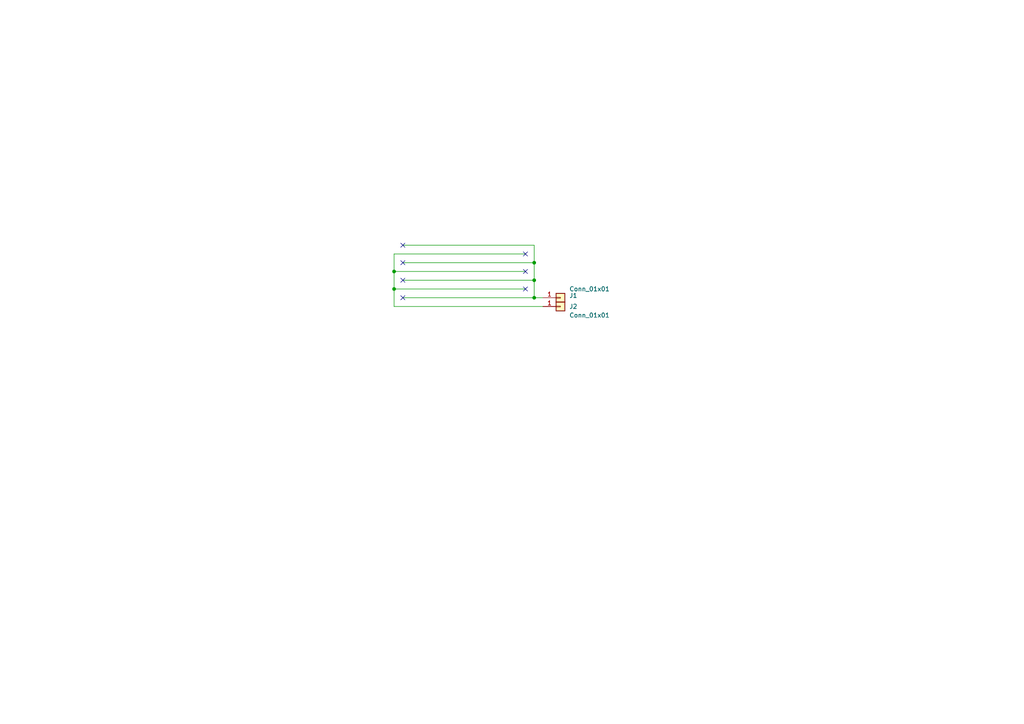
<source format=kicad_sch>
(kicad_sch (version 20230121) (generator eeschema)

  (uuid 1fbcd8d8-2f8b-476b-bc27-9d357c1f599b)

  (paper "A4")

  (title_block
    (title "${PROJECT}")
    (rev "${VERSION}")
    (company "${AUTHOR}")
  )

  (lib_symbols
    (symbol "Connector_Generic:Conn_01x01" (pin_names (offset 1.016) hide) (in_bom yes) (on_board yes)
      (property "Reference" "J" (at 0 2.54 0)
        (effects (font (size 1.27 1.27)))
      )
      (property "Value" "Conn_01x01" (at 0 -2.54 0)
        (effects (font (size 1.27 1.27)))
      )
      (property "Footprint" "" (at 0 0 0)
        (effects (font (size 1.27 1.27)) hide)
      )
      (property "Datasheet" "~" (at 0 0 0)
        (effects (font (size 1.27 1.27)) hide)
      )
      (property "ki_keywords" "connector" (at 0 0 0)
        (effects (font (size 1.27 1.27)) hide)
      )
      (property "ki_description" "Generic connector, single row, 01x01, script generated (kicad-library-utils/schlib/autogen/connector/)" (at 0 0 0)
        (effects (font (size 1.27 1.27)) hide)
      )
      (property "ki_fp_filters" "Connector*:*_1x??_*" (at 0 0 0)
        (effects (font (size 1.27 1.27)) hide)
      )
      (symbol "Conn_01x01_1_1"
        (rectangle (start -1.27 0.127) (end 0 -0.127)
          (stroke (width 0.1524) (type default))
          (fill (type none))
        )
        (rectangle (start -1.27 1.27) (end 1.27 -1.27)
          (stroke (width 0.254) (type default))
          (fill (type background))
        )
        (pin passive line (at -5.08 0 0) (length 3.81)
          (name "Pin_1" (effects (font (size 1.27 1.27))))
          (number "1" (effects (font (size 1.27 1.27))))
        )
      )
    )
  )

  (junction (at 114.3 83.82) (diameter 0) (color 0 0 0 0)
    (uuid 02815063-259c-4f98-9223-d44d592cc073)
  )
  (junction (at 154.94 76.2) (diameter 0) (color 0 0 0 0)
    (uuid 2cb4a448-9aa3-4b31-9e2f-857ee7e4c6f5)
  )
  (junction (at 154.94 86.36) (diameter 0) (color 0 0 0 0)
    (uuid 4e1e4add-0458-40bd-a610-0c4ea38bd9bb)
  )
  (junction (at 114.3 78.74) (diameter 0) (color 0 0 0 0)
    (uuid 6067f5c1-7fb9-4a9b-b808-44886a088502)
  )
  (junction (at 154.94 81.28) (diameter 0) (color 0 0 0 0)
    (uuid f1d2e6e6-0893-4fd1-bfb9-abda6193a789)
  )

  (no_connect (at 152.4 73.66) (uuid 22d986c3-2903-4ef2-b799-8c0a2c2e6749))
  (no_connect (at 116.84 81.28) (uuid 2a0d61c7-0823-4e99-aba4-3a5c4c79e5a3))
  (no_connect (at 152.4 83.82) (uuid 3efc1e3a-8b52-46b3-a424-7c7dff81979b))
  (no_connect (at 116.84 86.36) (uuid 544c70e0-7703-495f-a327-3c3b8bb869eb))
  (no_connect (at 116.84 76.2) (uuid 7326e789-4a55-4dfa-96a8-2e20ff1dec82))
  (no_connect (at 116.84 71.12) (uuid ee278fef-bd4a-407e-8631-e54548179ac5))
  (no_connect (at 152.4 78.74) (uuid f7995c7c-4620-4333-9b82-c4063873e93e))

  (wire (pts (xy 114.3 73.66) (xy 152.4 73.66))
    (stroke (width 0) (type default))
    (uuid 19f06cdc-735f-4f10-aaf1-b11983eeae4c)
  )
  (wire (pts (xy 154.94 86.36) (xy 154.94 81.28))
    (stroke (width 0) (type default))
    (uuid 2309d5f7-f0d0-4bce-9332-c55f53079eec)
  )
  (wire (pts (xy 114.3 88.9) (xy 114.3 83.82))
    (stroke (width 0) (type default))
    (uuid 25d0443e-dca6-428d-9fcc-85e36d6c067e)
  )
  (wire (pts (xy 154.94 76.2) (xy 154.94 71.12))
    (stroke (width 0) (type default))
    (uuid 2f527fcc-d629-4553-9891-8b92aa9a08c1)
  )
  (wire (pts (xy 114.3 78.74) (xy 152.4 78.74))
    (stroke (width 0) (type default))
    (uuid 32bb4886-ef6b-4511-b602-7331a56baad7)
  )
  (wire (pts (xy 114.3 83.82) (xy 152.4 83.82))
    (stroke (width 0) (type default))
    (uuid 41f06ddf-b520-43b3-8cdc-e478bfac1528)
  )
  (wire (pts (xy 154.94 81.28) (xy 154.94 76.2))
    (stroke (width 0) (type default))
    (uuid 47beb781-e5ec-4a9f-908f-fe14c4993dcb)
  )
  (wire (pts (xy 114.3 83.82) (xy 114.3 78.74))
    (stroke (width 0) (type default))
    (uuid 6208b130-adf0-4c11-8279-06e1c9415aa6)
  )
  (wire (pts (xy 116.84 71.12) (xy 154.94 71.12))
    (stroke (width 0) (type default))
    (uuid 64a4a344-da3f-4e62-93db-6d19d8779036)
  )
  (wire (pts (xy 114.3 78.74) (xy 114.3 73.66))
    (stroke (width 0) (type default))
    (uuid 83795875-ff3a-48c4-ac31-f888af7d6dc9)
  )
  (wire (pts (xy 157.48 88.9) (xy 114.3 88.9))
    (stroke (width 0) (type default))
    (uuid 9091c1ed-486d-45ec-9c27-3460db512120)
  )
  (wire (pts (xy 116.84 81.28) (xy 154.94 81.28))
    (stroke (width 0) (type default))
    (uuid c3582f86-aba9-4659-a741-b64039caeb0c)
  )
  (wire (pts (xy 116.84 76.2) (xy 154.94 76.2))
    (stroke (width 0) (type default))
    (uuid de1ff224-4149-48d6-822e-1ed6fc6c895c)
  )
  (wire (pts (xy 157.48 86.36) (xy 154.94 86.36))
    (stroke (width 0) (type default))
    (uuid f14eda25-b134-4ea7-b52c-3d460b945efd)
  )
  (wire (pts (xy 116.84 86.36) (xy 154.94 86.36))
    (stroke (width 0) (type default))
    (uuid ffeccf5b-deaf-413b-9c97-ef1c25ab1963)
  )

  (symbol (lib_id "Connector_Generic:Conn_01x01") (at 162.56 86.36 0) (unit 1)
    (in_bom yes) (on_board yes) (dnp no)
    (uuid 00e8a82b-2554-4ee4-81d0-3610698b6f2d)
    (property "Reference" "J1" (at 165.1 85.725 0)
      (effects (font (size 1.27 1.27)) (justify left))
    )
    (property "Value" "Conn_01x01" (at 165.1 83.82 0)
      (effects (font (size 1.27 1.27)) (justify left))
    )
    (property "Footprint" "Connector_Coaxial:SMB_Jack_Vertical" (at 162.56 86.36 0)
      (effects (font (size 1.27 1.27)) hide)
    )
    (property "Datasheet" "~" (at 162.56 86.36 0)
      (effects (font (size 1.27 1.27)) hide)
    )
    (pin "1" (uuid e44a3e31-5f9d-4e5f-a438-db231eedeb8f))
    (instances
      (project "C5"
        (path "/1fbcd8d8-2f8b-476b-bc27-9d357c1f599b"
          (reference "J1") (unit 1)
        )
      )
    )
  )

  (symbol (lib_id "Connector_Generic:Conn_01x01") (at 162.56 88.9 0) (unit 1)
    (in_bom yes) (on_board yes) (dnp no)
    (uuid 60c1535f-0743-47b5-86f1-3dad20c0ec16)
    (property "Reference" "J2" (at 165.1 88.9 0)
      (effects (font (size 1.27 1.27)) (justify left))
    )
    (property "Value" "Conn_01x01" (at 165.1 91.44 0)
      (effects (font (size 1.27 1.27)) (justify left))
    )
    (property "Footprint" "Connector_Coaxial:SMB_Jack_Vertical" (at 162.56 88.9 0)
      (effects (font (size 1.27 1.27)) hide)
    )
    (property "Datasheet" "~" (at 162.56 88.9 0)
      (effects (font (size 1.27 1.27)) hide)
    )
    (pin "1" (uuid 740643bb-793f-4b4b-b789-3577c45ae0bb))
    (instances
      (project "C5"
        (path "/1fbcd8d8-2f8b-476b-bc27-9d357c1f599b"
          (reference "J2") (unit 1)
        )
      )
    )
  )

  (sheet_instances
    (path "/" (page "1"))
  )
)

</source>
